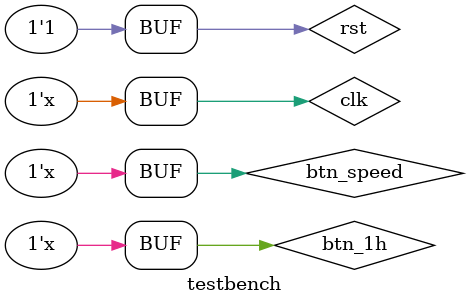
<source format=v>
`timescale 1us / 1ns

module testbench();
reg clk;
reg rst;
reg btn_speed;
reg btn_1h;
wire LCD_E, LCD_RS, LCD_RW;
wire [7:0] LCD_DATA;
//clock

wire [3:0] led_red;
wire [3:0] led_yellow;
wire [3:0] led_green;
wire [3:0] led_left;
wire [3:0] led_walk_red;
wire [3:0] led_walk_green;

text_LCD_basic t1(rst, clk, btn_speed, btn_1h, LCD_E, LCD_RS, LCD_RW, LCD_DATA, led_red,led_yellow,led_green,led_left,led_walk_red,led_walk_green);

initial begin
    clk = 0;
    rst = 0;
    btn_speed = 0;
    btn_1h = 0;
    #4 rst = 1;
end

always begin
    #0.5 clk <= ~clk; //period is 1us
end    
// #1 == 1us

always begin
    #24 //delay
    #50000 btn_speed <= ~btn_speed;
    #50000 btn_speed <= ~btn_speed;
    #50000 btn_1h <= ~btn_1h;
    #50000 btn_1h <= ~btn_1h;
end
endmodule
</source>
